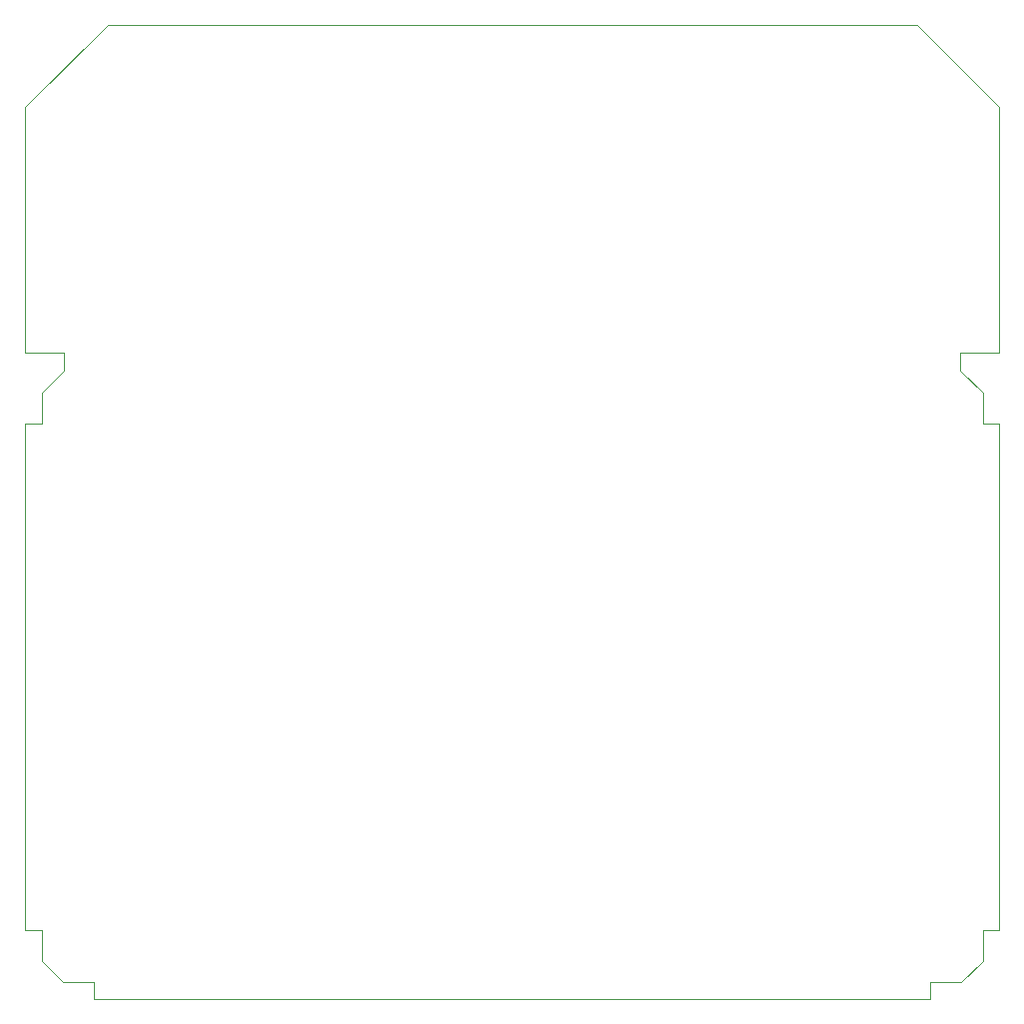
<source format=gm1>
G04 #@! TF.GenerationSoftware,KiCad,Pcbnew,(7.0.0-rc1-358-g86c12d35b4)*
G04 #@! TF.CreationDate,2023-05-18T21:24:16-07:00*
G04 #@! TF.ProjectId,Jumperless2,4a756d70-6572-46c6-9573-73322e6b6963,rev?*
G04 #@! TF.SameCoordinates,Original*
G04 #@! TF.FileFunction,Profile,NP*
%FSLAX46Y46*%
G04 Gerber Fmt 4.6, Leading zero omitted, Abs format (unit mm)*
G04 Created by KiCad (PCBNEW (7.0.0-rc1-358-g86c12d35b4)) date 2023-05-18 21:24:16*
%MOMM*%
%LPD*%
G01*
G04 APERTURE LIST*
G04 #@! TA.AperFunction,Profile*
%ADD10C,0.100000*%
G04 #@! TD*
G04 APERTURE END LIST*
D10*
X117145000Y-181483000D02*
X117145000Y-138557000D01*
X34595000Y-132588000D02*
X34595000Y-111760000D01*
X113906500Y-185928000D02*
X111303000Y-185928000D01*
X113843000Y-133985000D02*
X113843000Y-134048500D01*
X34595000Y-181483000D02*
X35992000Y-181483000D01*
X37770000Y-132588000D02*
X34595000Y-132588000D01*
X117145000Y-181483000D02*
X115748000Y-181483000D01*
X34595000Y-111760000D02*
X41580000Y-104775000D01*
X111303000Y-187325000D02*
X40437000Y-187325000D01*
X37897000Y-134048500D02*
X35992000Y-135953500D01*
X35992000Y-181483000D02*
X35992000Y-184086500D01*
X111303000Y-185928000D02*
X111303000Y-187325000D01*
X113843000Y-134048500D02*
X115748000Y-135953500D01*
X37897000Y-132588000D02*
X37897000Y-134048500D01*
X113970000Y-132588000D02*
X113843000Y-132588000D01*
X37770000Y-132588000D02*
X37897000Y-132588000D01*
X37833500Y-185928000D02*
X40437000Y-185928000D01*
X115748000Y-181483000D02*
X115748000Y-184086500D01*
X117145000Y-111760000D02*
X110160000Y-104775000D01*
X35992000Y-135953500D02*
X35992000Y-138557000D01*
X34595000Y-138557000D02*
X34595000Y-181483000D01*
X40437000Y-185928000D02*
X40437000Y-187325000D01*
X115748000Y-138557000D02*
X117145000Y-138557000D01*
X110160000Y-104775000D02*
X41580000Y-104775000D01*
X35992000Y-138557000D02*
X34595000Y-138557000D01*
X115748000Y-184086500D02*
X113906500Y-185928000D01*
X113970000Y-132588000D02*
X117145000Y-132588000D01*
X115748000Y-135953500D02*
X115748000Y-138557000D01*
X113843000Y-132588000D02*
X113843000Y-133985000D01*
X117145000Y-132588000D02*
X117145000Y-111760000D01*
X35992000Y-184086500D02*
X37833500Y-185928000D01*
M02*

</source>
